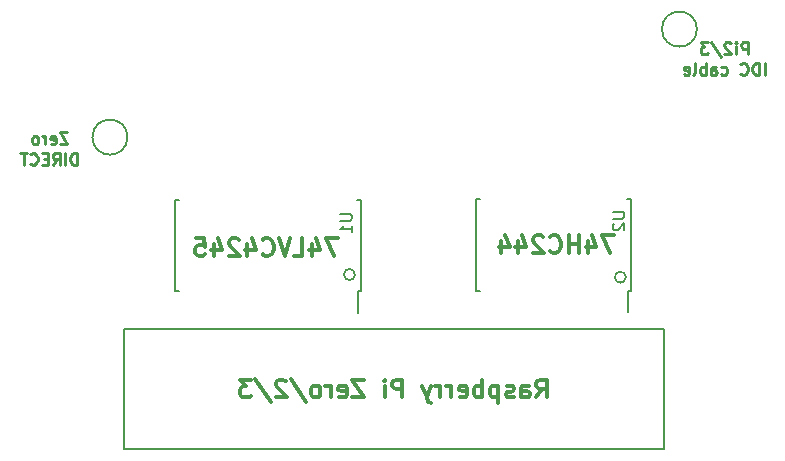
<source format=gbo>
G04 #@! TF.FileFunction,Legend,Bot*
%FSLAX46Y46*%
G04 Gerber Fmt 4.6, Leading zero omitted, Abs format (unit mm)*
G04 Created by KiCad (PCBNEW 4.0.7) date 06/27/18 09:49:37*
%MOMM*%
%LPD*%
G01*
G04 APERTURE LIST*
%ADD10C,0.100000*%
%ADD11C,0.150000*%
%ADD12C,0.200000*%
%ADD13C,0.250000*%
%ADD14C,0.300000*%
G04 APERTURE END LIST*
D10*
D11*
X172146981Y-99288695D02*
X172956505Y-99288695D01*
X173051743Y-99336314D01*
X173099362Y-99383933D01*
X173146981Y-99479171D01*
X173146981Y-99669648D01*
X173099362Y-99764886D01*
X173051743Y-99812505D01*
X172956505Y-99860124D01*
X172146981Y-99860124D01*
X172242219Y-100288695D02*
X172194600Y-100336314D01*
X172146981Y-100431552D01*
X172146981Y-100669648D01*
X172194600Y-100764886D01*
X172242219Y-100812505D01*
X172337457Y-100860124D01*
X172432695Y-100860124D01*
X172575552Y-100812505D01*
X173146981Y-100241076D01*
X173146981Y-100860124D01*
D12*
X131064001Y-92964000D02*
G75*
G03X131064001Y-92964000I-1481062J0D01*
G01*
X179281062Y-83820000D02*
G75*
G03X179281062Y-83820000I-1481062J0D01*
G01*
D13*
X183586190Y-85937381D02*
X183586190Y-84937381D01*
X183205237Y-84937381D01*
X183109999Y-84985000D01*
X183062380Y-85032619D01*
X183014761Y-85127857D01*
X183014761Y-85270714D01*
X183062380Y-85365952D01*
X183109999Y-85413571D01*
X183205237Y-85461190D01*
X183586190Y-85461190D01*
X182586190Y-85937381D02*
X182586190Y-85270714D01*
X182586190Y-84937381D02*
X182633809Y-84985000D01*
X182586190Y-85032619D01*
X182538571Y-84985000D01*
X182586190Y-84937381D01*
X182586190Y-85032619D01*
X182157619Y-85032619D02*
X182110000Y-84985000D01*
X182014762Y-84937381D01*
X181776666Y-84937381D01*
X181681428Y-84985000D01*
X181633809Y-85032619D01*
X181586190Y-85127857D01*
X181586190Y-85223095D01*
X181633809Y-85365952D01*
X182205238Y-85937381D01*
X181586190Y-85937381D01*
X180443333Y-84889762D02*
X181300476Y-86175476D01*
X180205238Y-84937381D02*
X179586190Y-84937381D01*
X179919524Y-85318333D01*
X179776666Y-85318333D01*
X179681428Y-85365952D01*
X179633809Y-85413571D01*
X179586190Y-85508810D01*
X179586190Y-85746905D01*
X179633809Y-85842143D01*
X179681428Y-85889762D01*
X179776666Y-85937381D01*
X180062381Y-85937381D01*
X180157619Y-85889762D01*
X180205238Y-85842143D01*
X185014762Y-87687381D02*
X185014762Y-86687381D01*
X184538572Y-87687381D02*
X184538572Y-86687381D01*
X184300477Y-86687381D01*
X184157619Y-86735000D01*
X184062381Y-86830238D01*
X184014762Y-86925476D01*
X183967143Y-87115952D01*
X183967143Y-87258810D01*
X184014762Y-87449286D01*
X184062381Y-87544524D01*
X184157619Y-87639762D01*
X184300477Y-87687381D01*
X184538572Y-87687381D01*
X182967143Y-87592143D02*
X183014762Y-87639762D01*
X183157619Y-87687381D01*
X183252857Y-87687381D01*
X183395715Y-87639762D01*
X183490953Y-87544524D01*
X183538572Y-87449286D01*
X183586191Y-87258810D01*
X183586191Y-87115952D01*
X183538572Y-86925476D01*
X183490953Y-86830238D01*
X183395715Y-86735000D01*
X183252857Y-86687381D01*
X183157619Y-86687381D01*
X183014762Y-86735000D01*
X182967143Y-86782619D01*
X181348095Y-87639762D02*
X181443333Y-87687381D01*
X181633810Y-87687381D01*
X181729048Y-87639762D01*
X181776667Y-87592143D01*
X181824286Y-87496905D01*
X181824286Y-87211190D01*
X181776667Y-87115952D01*
X181729048Y-87068333D01*
X181633810Y-87020714D01*
X181443333Y-87020714D01*
X181348095Y-87068333D01*
X180490952Y-87687381D02*
X180490952Y-87163571D01*
X180538571Y-87068333D01*
X180633809Y-87020714D01*
X180824286Y-87020714D01*
X180919524Y-87068333D01*
X180490952Y-87639762D02*
X180586190Y-87687381D01*
X180824286Y-87687381D01*
X180919524Y-87639762D01*
X180967143Y-87544524D01*
X180967143Y-87449286D01*
X180919524Y-87354048D01*
X180824286Y-87306429D01*
X180586190Y-87306429D01*
X180490952Y-87258810D01*
X180014762Y-87687381D02*
X180014762Y-86687381D01*
X180014762Y-87068333D02*
X179919524Y-87020714D01*
X179729047Y-87020714D01*
X179633809Y-87068333D01*
X179586190Y-87115952D01*
X179538571Y-87211190D01*
X179538571Y-87496905D01*
X179586190Y-87592143D01*
X179633809Y-87639762D01*
X179729047Y-87687381D01*
X179919524Y-87687381D01*
X180014762Y-87639762D01*
X178967143Y-87687381D02*
X179062381Y-87639762D01*
X179110000Y-87544524D01*
X179110000Y-86687381D01*
X178205237Y-87639762D02*
X178300475Y-87687381D01*
X178490952Y-87687381D01*
X178586190Y-87639762D01*
X178633809Y-87544524D01*
X178633809Y-87163571D01*
X178586190Y-87068333D01*
X178490952Y-87020714D01*
X178300475Y-87020714D01*
X178205237Y-87068333D01*
X178157618Y-87163571D01*
X178157618Y-87258810D01*
X178633809Y-87354048D01*
X125983810Y-92557381D02*
X125317143Y-92557381D01*
X125983810Y-93557381D01*
X125317143Y-93557381D01*
X124555238Y-93509762D02*
X124650476Y-93557381D01*
X124840953Y-93557381D01*
X124936191Y-93509762D01*
X124983810Y-93414524D01*
X124983810Y-93033571D01*
X124936191Y-92938333D01*
X124840953Y-92890714D01*
X124650476Y-92890714D01*
X124555238Y-92938333D01*
X124507619Y-93033571D01*
X124507619Y-93128810D01*
X124983810Y-93224048D01*
X124079048Y-93557381D02*
X124079048Y-92890714D01*
X124079048Y-93081190D02*
X124031429Y-92985952D01*
X123983810Y-92938333D01*
X123888572Y-92890714D01*
X123793333Y-92890714D01*
X123317143Y-93557381D02*
X123412381Y-93509762D01*
X123460000Y-93462143D01*
X123507619Y-93366905D01*
X123507619Y-93081190D01*
X123460000Y-92985952D01*
X123412381Y-92938333D01*
X123317143Y-92890714D01*
X123174285Y-92890714D01*
X123079047Y-92938333D01*
X123031428Y-92985952D01*
X122983809Y-93081190D01*
X122983809Y-93366905D01*
X123031428Y-93462143D01*
X123079047Y-93509762D01*
X123174285Y-93557381D01*
X123317143Y-93557381D01*
X126793333Y-95307381D02*
X126793333Y-94307381D01*
X126555238Y-94307381D01*
X126412380Y-94355000D01*
X126317142Y-94450238D01*
X126269523Y-94545476D01*
X126221904Y-94735952D01*
X126221904Y-94878810D01*
X126269523Y-95069286D01*
X126317142Y-95164524D01*
X126412380Y-95259762D01*
X126555238Y-95307381D01*
X126793333Y-95307381D01*
X125793333Y-95307381D02*
X125793333Y-94307381D01*
X124745714Y-95307381D02*
X125079048Y-94831190D01*
X125317143Y-95307381D02*
X125317143Y-94307381D01*
X124936190Y-94307381D01*
X124840952Y-94355000D01*
X124793333Y-94402619D01*
X124745714Y-94497857D01*
X124745714Y-94640714D01*
X124793333Y-94735952D01*
X124840952Y-94783571D01*
X124936190Y-94831190D01*
X125317143Y-94831190D01*
X124317143Y-94783571D02*
X123983809Y-94783571D01*
X123840952Y-95307381D02*
X124317143Y-95307381D01*
X124317143Y-94307381D01*
X123840952Y-94307381D01*
X122840952Y-95212143D02*
X122888571Y-95259762D01*
X123031428Y-95307381D01*
X123126666Y-95307381D01*
X123269524Y-95259762D01*
X123364762Y-95164524D01*
X123412381Y-95069286D01*
X123460000Y-94878810D01*
X123460000Y-94735952D01*
X123412381Y-94545476D01*
X123364762Y-94450238D01*
X123269524Y-94355000D01*
X123126666Y-94307381D01*
X123031428Y-94307381D01*
X122888571Y-94355000D01*
X122840952Y-94402619D01*
X122555238Y-94307381D02*
X121983809Y-94307381D01*
X122269524Y-95307381D02*
X122269524Y-94307381D01*
D12*
X150326973Y-104597200D02*
G75*
G03X150326973Y-104597200I-466973J0D01*
G01*
X173263173Y-104825800D02*
G75*
G03X173263173Y-104825800I-466973J0D01*
G01*
D14*
X165690627Y-115003971D02*
X166190627Y-114289686D01*
X166547770Y-115003971D02*
X166547770Y-113503971D01*
X165976342Y-113503971D01*
X165833484Y-113575400D01*
X165762056Y-113646829D01*
X165690627Y-113789686D01*
X165690627Y-114003971D01*
X165762056Y-114146829D01*
X165833484Y-114218257D01*
X165976342Y-114289686D01*
X166547770Y-114289686D01*
X164404913Y-115003971D02*
X164404913Y-114218257D01*
X164476342Y-114075400D01*
X164619199Y-114003971D01*
X164904913Y-114003971D01*
X165047770Y-114075400D01*
X164404913Y-114932543D02*
X164547770Y-115003971D01*
X164904913Y-115003971D01*
X165047770Y-114932543D01*
X165119199Y-114789686D01*
X165119199Y-114646829D01*
X165047770Y-114503971D01*
X164904913Y-114432543D01*
X164547770Y-114432543D01*
X164404913Y-114361114D01*
X163762056Y-114932543D02*
X163619199Y-115003971D01*
X163333484Y-115003971D01*
X163190627Y-114932543D01*
X163119199Y-114789686D01*
X163119199Y-114718257D01*
X163190627Y-114575400D01*
X163333484Y-114503971D01*
X163547770Y-114503971D01*
X163690627Y-114432543D01*
X163762056Y-114289686D01*
X163762056Y-114218257D01*
X163690627Y-114075400D01*
X163547770Y-114003971D01*
X163333484Y-114003971D01*
X163190627Y-114075400D01*
X162476341Y-114003971D02*
X162476341Y-115503971D01*
X162476341Y-114075400D02*
X162333484Y-114003971D01*
X162047770Y-114003971D01*
X161904913Y-114075400D01*
X161833484Y-114146829D01*
X161762055Y-114289686D01*
X161762055Y-114718257D01*
X161833484Y-114861114D01*
X161904913Y-114932543D01*
X162047770Y-115003971D01*
X162333484Y-115003971D01*
X162476341Y-114932543D01*
X161119198Y-115003971D02*
X161119198Y-113503971D01*
X161119198Y-114075400D02*
X160976341Y-114003971D01*
X160690627Y-114003971D01*
X160547770Y-114075400D01*
X160476341Y-114146829D01*
X160404912Y-114289686D01*
X160404912Y-114718257D01*
X160476341Y-114861114D01*
X160547770Y-114932543D01*
X160690627Y-115003971D01*
X160976341Y-115003971D01*
X161119198Y-114932543D01*
X159190627Y-114932543D02*
X159333484Y-115003971D01*
X159619198Y-115003971D01*
X159762055Y-114932543D01*
X159833484Y-114789686D01*
X159833484Y-114218257D01*
X159762055Y-114075400D01*
X159619198Y-114003971D01*
X159333484Y-114003971D01*
X159190627Y-114075400D01*
X159119198Y-114218257D01*
X159119198Y-114361114D01*
X159833484Y-114503971D01*
X158476341Y-115003971D02*
X158476341Y-114003971D01*
X158476341Y-114289686D02*
X158404913Y-114146829D01*
X158333484Y-114075400D01*
X158190627Y-114003971D01*
X158047770Y-114003971D01*
X157547770Y-115003971D02*
X157547770Y-114003971D01*
X157547770Y-114289686D02*
X157476342Y-114146829D01*
X157404913Y-114075400D01*
X157262056Y-114003971D01*
X157119199Y-114003971D01*
X156762056Y-114003971D02*
X156404913Y-115003971D01*
X156047771Y-114003971D02*
X156404913Y-115003971D01*
X156547771Y-115361114D01*
X156619199Y-115432543D01*
X156762056Y-115503971D01*
X154333485Y-115003971D02*
X154333485Y-113503971D01*
X153762057Y-113503971D01*
X153619199Y-113575400D01*
X153547771Y-113646829D01*
X153476342Y-113789686D01*
X153476342Y-114003971D01*
X153547771Y-114146829D01*
X153619199Y-114218257D01*
X153762057Y-114289686D01*
X154333485Y-114289686D01*
X152833485Y-115003971D02*
X152833485Y-114003971D01*
X152833485Y-113503971D02*
X152904914Y-113575400D01*
X152833485Y-113646829D01*
X152762057Y-113575400D01*
X152833485Y-113503971D01*
X152833485Y-113646829D01*
X151119199Y-113503971D02*
X150119199Y-113503971D01*
X151119199Y-115003971D01*
X150119199Y-115003971D01*
X148976343Y-114932543D02*
X149119200Y-115003971D01*
X149404914Y-115003971D01*
X149547771Y-114932543D01*
X149619200Y-114789686D01*
X149619200Y-114218257D01*
X149547771Y-114075400D01*
X149404914Y-114003971D01*
X149119200Y-114003971D01*
X148976343Y-114075400D01*
X148904914Y-114218257D01*
X148904914Y-114361114D01*
X149619200Y-114503971D01*
X148262057Y-115003971D02*
X148262057Y-114003971D01*
X148262057Y-114289686D02*
X148190629Y-114146829D01*
X148119200Y-114075400D01*
X147976343Y-114003971D01*
X147833486Y-114003971D01*
X147119200Y-115003971D02*
X147262058Y-114932543D01*
X147333486Y-114861114D01*
X147404915Y-114718257D01*
X147404915Y-114289686D01*
X147333486Y-114146829D01*
X147262058Y-114075400D01*
X147119200Y-114003971D01*
X146904915Y-114003971D01*
X146762058Y-114075400D01*
X146690629Y-114146829D01*
X146619200Y-114289686D01*
X146619200Y-114718257D01*
X146690629Y-114861114D01*
X146762058Y-114932543D01*
X146904915Y-115003971D01*
X147119200Y-115003971D01*
X144904915Y-113432543D02*
X146190629Y-115361114D01*
X144476343Y-113646829D02*
X144404914Y-113575400D01*
X144262057Y-113503971D01*
X143904914Y-113503971D01*
X143762057Y-113575400D01*
X143690628Y-113646829D01*
X143619200Y-113789686D01*
X143619200Y-113932543D01*
X143690628Y-114146829D01*
X144547771Y-115003971D01*
X143619200Y-115003971D01*
X141904915Y-113432543D02*
X143190629Y-115361114D01*
X141547771Y-113503971D02*
X140619200Y-113503971D01*
X141119200Y-114075400D01*
X140904914Y-114075400D01*
X140762057Y-114146829D01*
X140690628Y-114218257D01*
X140619200Y-114361114D01*
X140619200Y-114718257D01*
X140690628Y-114861114D01*
X140762057Y-114932543D01*
X140904914Y-115003971D01*
X141333486Y-115003971D01*
X141476343Y-114932543D01*
X141547771Y-114861114D01*
X148870227Y-101540571D02*
X147870227Y-101540571D01*
X148513084Y-103040571D01*
X146655942Y-102040571D02*
X146655942Y-103040571D01*
X147013085Y-101469143D02*
X147370228Y-102540571D01*
X146441656Y-102540571D01*
X145155942Y-103040571D02*
X145870228Y-103040571D01*
X145870228Y-101540571D01*
X144870228Y-101540571D02*
X144370228Y-103040571D01*
X143870228Y-101540571D01*
X142513085Y-102897714D02*
X142584514Y-102969143D01*
X142798800Y-103040571D01*
X142941657Y-103040571D01*
X143155942Y-102969143D01*
X143298800Y-102826286D01*
X143370228Y-102683429D01*
X143441657Y-102397714D01*
X143441657Y-102183429D01*
X143370228Y-101897714D01*
X143298800Y-101754857D01*
X143155942Y-101612000D01*
X142941657Y-101540571D01*
X142798800Y-101540571D01*
X142584514Y-101612000D01*
X142513085Y-101683429D01*
X141227371Y-102040571D02*
X141227371Y-103040571D01*
X141584514Y-101469143D02*
X141941657Y-102540571D01*
X141013085Y-102540571D01*
X140513086Y-101683429D02*
X140441657Y-101612000D01*
X140298800Y-101540571D01*
X139941657Y-101540571D01*
X139798800Y-101612000D01*
X139727371Y-101683429D01*
X139655943Y-101826286D01*
X139655943Y-101969143D01*
X139727371Y-102183429D01*
X140584514Y-103040571D01*
X139655943Y-103040571D01*
X138370229Y-102040571D02*
X138370229Y-103040571D01*
X138727372Y-101469143D02*
X139084515Y-102540571D01*
X138155943Y-102540571D01*
X136870229Y-101540571D02*
X137584515Y-101540571D01*
X137655944Y-102254857D01*
X137584515Y-102183429D01*
X137441658Y-102112000D01*
X137084515Y-102112000D01*
X136941658Y-102183429D01*
X136870229Y-102254857D01*
X136798801Y-102397714D01*
X136798801Y-102754857D01*
X136870229Y-102897714D01*
X136941658Y-102969143D01*
X137084515Y-103040571D01*
X137441658Y-103040571D01*
X137584515Y-102969143D01*
X137655944Y-102897714D01*
X172278856Y-101286571D02*
X171278856Y-101286571D01*
X171921713Y-102786571D01*
X170064571Y-101786571D02*
X170064571Y-102786571D01*
X170421714Y-101215143D02*
X170778857Y-102286571D01*
X169850285Y-102286571D01*
X169278857Y-102786571D02*
X169278857Y-101286571D01*
X169278857Y-102000857D02*
X168421714Y-102000857D01*
X168421714Y-102786571D02*
X168421714Y-101286571D01*
X166850285Y-102643714D02*
X166921714Y-102715143D01*
X167136000Y-102786571D01*
X167278857Y-102786571D01*
X167493142Y-102715143D01*
X167636000Y-102572286D01*
X167707428Y-102429429D01*
X167778857Y-102143714D01*
X167778857Y-101929429D01*
X167707428Y-101643714D01*
X167636000Y-101500857D01*
X167493142Y-101358000D01*
X167278857Y-101286571D01*
X167136000Y-101286571D01*
X166921714Y-101358000D01*
X166850285Y-101429429D01*
X166278857Y-101429429D02*
X166207428Y-101358000D01*
X166064571Y-101286571D01*
X165707428Y-101286571D01*
X165564571Y-101358000D01*
X165493142Y-101429429D01*
X165421714Y-101572286D01*
X165421714Y-101715143D01*
X165493142Y-101929429D01*
X166350285Y-102786571D01*
X165421714Y-102786571D01*
X164136000Y-101786571D02*
X164136000Y-102786571D01*
X164493143Y-101215143D02*
X164850286Y-102286571D01*
X163921714Y-102286571D01*
X162707429Y-101786571D02*
X162707429Y-102786571D01*
X163064572Y-101215143D02*
X163421715Y-102286571D01*
X162493143Y-102286571D01*
D11*
X130810000Y-109220000D02*
X130810000Y-119380000D01*
X130810000Y-119380000D02*
X176530000Y-119380000D01*
X176530000Y-119380000D02*
X176530000Y-109220000D01*
X176530000Y-109220000D02*
X130810000Y-109220000D01*
X173707000Y-105983000D02*
X173457000Y-105983000D01*
X173707000Y-98233000D02*
X173372000Y-98233000D01*
X160557000Y-98233000D02*
X160892000Y-98233000D01*
X160557000Y-105983000D02*
X160892000Y-105983000D01*
X173707000Y-105983000D02*
X173707000Y-98233000D01*
X160557000Y-105983000D02*
X160557000Y-98233000D01*
X173457000Y-105983000D02*
X173457000Y-107783000D01*
X150826000Y-106034000D02*
X150551000Y-106034000D01*
X150826000Y-98284000D02*
X150461000Y-98284000D01*
X135076000Y-98284000D02*
X135441000Y-98284000D01*
X135076000Y-106034000D02*
X135441000Y-106034000D01*
X150826000Y-106034000D02*
X150826000Y-98284000D01*
X135076000Y-106034000D02*
X135076000Y-98284000D01*
X150551000Y-106034000D02*
X150551000Y-107859000D01*
X149083781Y-99466495D02*
X149893305Y-99466495D01*
X149988543Y-99514114D01*
X150036162Y-99561733D01*
X150083781Y-99656971D01*
X150083781Y-99847448D01*
X150036162Y-99942686D01*
X149988543Y-99990305D01*
X149893305Y-100037924D01*
X149083781Y-100037924D01*
X150083781Y-101037924D02*
X150083781Y-100466495D01*
X150083781Y-100752209D02*
X149083781Y-100752209D01*
X149226638Y-100656971D01*
X149321876Y-100561733D01*
X149369495Y-100466495D01*
M02*

</source>
